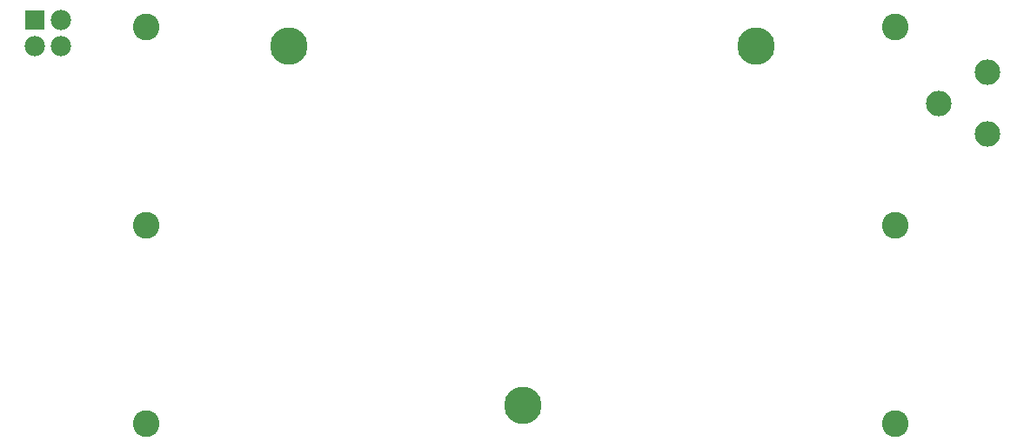
<source format=gts>
G04*
G04 #@! TF.GenerationSoftware,Altium Limited,Altium Designer,22.0.2 (36)*
G04*
G04 Layer_Color=8388736*
%FSLAX25Y25*%
%MOIN*%
G70*
G04*
G04 #@! TF.SameCoordinates,B0134727-A30E-443A-9B04-D8BCE479AFC3*
G04*
G04*
G04 #@! TF.FilePolarity,Negative*
G04*
G01*
G75*
%ADD14C,0.07800*%
%ADD15R,0.07800X0.07800*%
%ADD16C,0.09800*%
%ADD17C,0.10249*%
%ADD18C,0.14343*%
%ADD19C,0.14343*%
D14*
X20000Y165000D02*
D03*
Y175000D02*
D03*
X10000Y165000D02*
D03*
D15*
Y175000D02*
D03*
D16*
X375000Y155000D02*
D03*
Y131378D02*
D03*
X356496Y143189D02*
D03*
D17*
X52809Y96300D02*
D03*
X339816D02*
D03*
Y20316D02*
D03*
X52809D02*
D03*
X339816Y172284D02*
D03*
X52809D02*
D03*
D18*
X196923Y27450D02*
D03*
D19*
X286490Y165246D02*
D03*
X107356D02*
D03*
M02*

</source>
